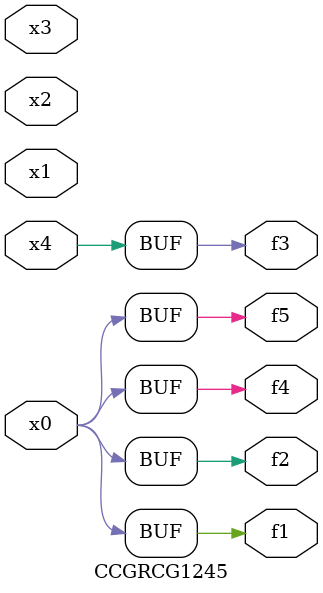
<source format=v>
module CCGRCG1245(
	input x0, x1, x2, x3, x4,
	output f1, f2, f3, f4, f5
);
	assign f1 = x0;
	assign f2 = x0;
	assign f3 = x4;
	assign f4 = x0;
	assign f5 = x0;
endmodule

</source>
